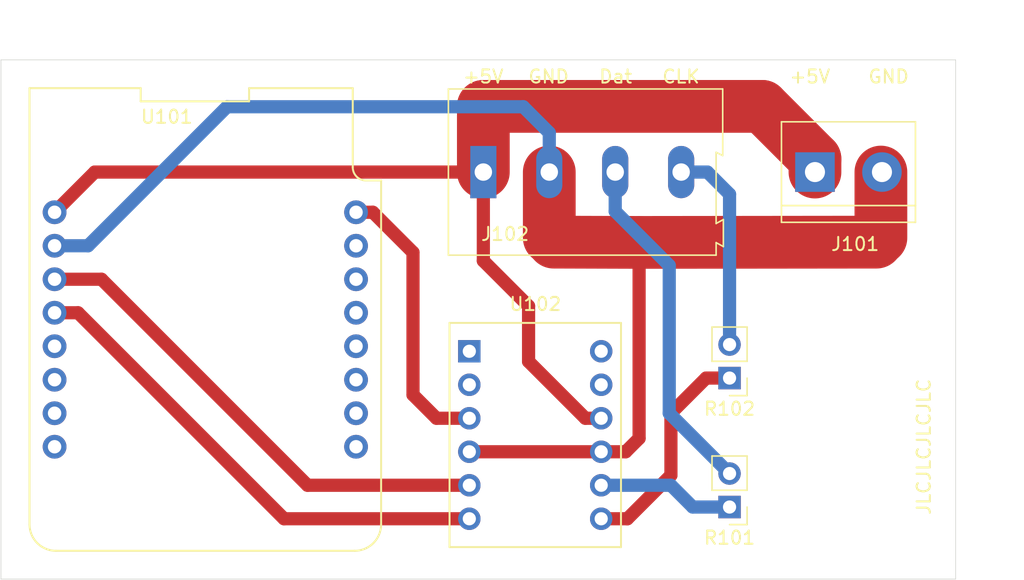
<source format=kicad_pcb>
(kicad_pcb (version 20171130) (host pcbnew "(5.1.5)-3")

  (general
    (thickness 1.6)
    (drawings 13)
    (tracks 53)
    (zones 0)
    (modules 6)
    (nets 25)
  )

  (page A4)
  (layers
    (0 F.Cu signal)
    (31 B.Cu signal)
    (32 B.Adhes user)
    (33 F.Adhes user)
    (34 B.Paste user)
    (35 F.Paste user)
    (36 B.SilkS user)
    (37 F.SilkS user)
    (38 B.Mask user)
    (39 F.Mask user)
    (40 Dwgs.User user)
    (41 Cmts.User user)
    (42 Eco1.User user)
    (43 Eco2.User user)
    (44 Edge.Cuts user)
    (45 Margin user)
    (46 B.CrtYd user)
    (47 F.CrtYd user)
    (48 B.Fab user)
    (49 F.Fab user hide)
  )

  (setup
    (last_trace_width 0.25)
    (user_trace_width 1)
    (user_trace_width 5)
    (trace_clearance 0.2)
    (zone_clearance 0.508)
    (zone_45_only no)
    (trace_min 0.2)
    (via_size 0.8)
    (via_drill 0.4)
    (via_min_size 0.4)
    (via_min_drill 0.3)
    (uvia_size 0.3)
    (uvia_drill 0.1)
    (uvias_allowed no)
    (uvia_min_size 0.2)
    (uvia_min_drill 0.1)
    (edge_width 0.05)
    (segment_width 0.2)
    (pcb_text_width 0.3)
    (pcb_text_size 1.5 1.5)
    (mod_edge_width 0.12)
    (mod_text_size 1 1)
    (mod_text_width 0.15)
    (pad_size 1.524 1.524)
    (pad_drill 0.762)
    (pad_to_mask_clearance 0.051)
    (solder_mask_min_width 0.25)
    (aux_axis_origin 0 0)
    (visible_elements 7FFFFFFF)
    (pcbplotparams
      (layerselection 0x010fc_ffffffff)
      (usegerberextensions false)
      (usegerberattributes false)
      (usegerberadvancedattributes false)
      (creategerberjobfile false)
      (excludeedgelayer true)
      (linewidth 0.100000)
      (plotframeref false)
      (viasonmask false)
      (mode 1)
      (useauxorigin false)
      (hpglpennumber 1)
      (hpglpenspeed 20)
      (hpglpendiameter 15.000000)
      (psnegative false)
      (psa4output false)
      (plotreference true)
      (plotvalue true)
      (plotinvisibletext false)
      (padsonsilk false)
      (subtractmaskfromsilk false)
      (outputformat 1)
      (mirror false)
      (drillshape 1)
      (scaleselection 1)
      (outputdirectory ""))
  )

  (net 0 "")
  (net 1 "Net-(J101-Pad1)")
  (net 2 "Net-(J101-Pad2)")
  (net 3 "Net-(J102-Pad4)")
  (net 4 "Net-(J102-Pad3)")
  (net 5 "Net-(R101-Pad1)")
  (net 6 "Net-(R102-Pad1)")
  (net 7 "Net-(U101-Pad16)")
  (net 8 "Net-(U101-Pad1)")
  (net 9 "Net-(U101-Pad15)")
  (net 10 "Net-(U101-Pad2)")
  (net 11 "Net-(U101-Pad14)")
  (net 12 "Net-(U101-Pad3)")
  (net 13 "Net-(U101-Pad13)")
  (net 14 "Net-(U101-Pad4)")
  (net 15 "Net-(U101-Pad12)")
  (net 16 "Net-(U101-Pad5)")
  (net 17 "Net-(U101-Pad11)")
  (net 18 "Net-(U101-Pad6)")
  (net 19 "Net-(U101-Pad7)")
  (net 20 "Net-(U101-Pad8)")
  (net 21 "Net-(U102-Pad1)")
  (net 22 "Net-(U102-Pad2)")
  (net 23 "Net-(U102-Pad7)")
  (net 24 "Net-(U102-Pad8)")

  (net_class Default "Dies ist die voreingestellte Netzklasse."
    (clearance 0.2)
    (trace_width 0.25)
    (via_dia 0.8)
    (via_drill 0.4)
    (uvia_dia 0.3)
    (uvia_drill 0.1)
    (add_net "Net-(J101-Pad1)")
    (add_net "Net-(J101-Pad2)")
    (add_net "Net-(J102-Pad3)")
    (add_net "Net-(J102-Pad4)")
    (add_net "Net-(R101-Pad1)")
    (add_net "Net-(R102-Pad1)")
    (add_net "Net-(U101-Pad1)")
    (add_net "Net-(U101-Pad11)")
    (add_net "Net-(U101-Pad12)")
    (add_net "Net-(U101-Pad13)")
    (add_net "Net-(U101-Pad14)")
    (add_net "Net-(U101-Pad15)")
    (add_net "Net-(U101-Pad16)")
    (add_net "Net-(U101-Pad2)")
    (add_net "Net-(U101-Pad3)")
    (add_net "Net-(U101-Pad4)")
    (add_net "Net-(U101-Pad5)")
    (add_net "Net-(U101-Pad6)")
    (add_net "Net-(U101-Pad7)")
    (add_net "Net-(U101-Pad8)")
    (add_net "Net-(U102-Pad1)")
    (add_net "Net-(U102-Pad2)")
    (add_net "Net-(U102-Pad7)")
    (add_net "Net-(U102-Pad8)")
  )

  (module wled_library:LevelShifter (layer F.Cu) (tedit 5FEC71DF) (tstamp 5FEC7EC2)
    (at 152.273 98.298)
    (descr http://www.farnell.com/datasheets/1520732.pdf)
    (tags "connector multicomp MC9A MC9A12")
    (path /5FED97AB)
    (fp_text reference U102 (at 0.01 -9.93) (layer F.SilkS)
      (effects (font (size 1 1) (thickness 0.15)))
    )
    (fp_text value LevelShifter (at 0.07 0.13 90) (layer F.Fab)
      (effects (font (size 1 1) (thickness 0.15)))
    )
    (fp_line (start -6.5 8.5) (end -6.5 -8.5) (layer F.SilkS) (width 0.15))
    (fp_line (start -6.5 -8.5) (end 6.5 -8.5) (layer F.SilkS) (width 0.15))
    (fp_line (start 6.5 -8.5) (end 6.5 8.5) (layer F.SilkS) (width 0.15))
    (fp_line (start -6.5 8.5) (end 6.5 8.5) (layer F.SilkS) (width 0.15))
    (fp_line (start -6.8 8.8) (end -6.8 -8.8) (layer F.CrtYd) (width 0.05))
    (fp_line (start -6.8 -8.8) (end 6.8 -8.8) (layer F.CrtYd) (width 0.05))
    (fp_line (start 6.8 -8.8) (end 6.8 8.8) (layer F.CrtYd) (width 0.05))
    (fp_line (start 6.8 8.8) (end -6.8 8.8) (layer F.CrtYd) (width 0.05))
    (pad 1 thru_hole rect (at -5 -6.35) (size 1.7 1.7) (drill 1) (layers *.Cu *.Mask)
      (net 21 "Net-(U102-Pad1)"))
    (pad 2 thru_hole circle (at -5 -3.81) (size 1.7 1.7) (drill 1) (layers *.Cu *.Mask)
      (net 22 "Net-(U102-Pad2)"))
    (pad 3 thru_hole circle (at -5 -1.27) (size 1.7 1.7) (drill 1) (layers *.Cu *.Mask)
      (net 20 "Net-(U101-Pad8)"))
    (pad 4 thru_hole circle (at -5 1.27) (size 1.7 1.7) (drill 1) (layers *.Cu *.Mask)
      (net 2 "Net-(J101-Pad2)"))
    (pad 5 thru_hole circle (at -5 3.81) (size 1.7 1.7) (drill 1) (layers *.Cu *.Mask)
      (net 17 "Net-(U101-Pad11)"))
    (pad 6 thru_hole circle (at -5 6.35) (size 1.7 1.7) (drill 1) (layers *.Cu *.Mask)
      (net 15 "Net-(U101-Pad12)"))
    (pad 7 thru_hole circle (at 5 -6.35) (size 1.7 1.7) (drill 1) (layers *.Cu *.Mask)
      (net 23 "Net-(U102-Pad7)"))
    (pad 8 thru_hole circle (at 5 -3.81) (size 1.7 1.7) (drill 1) (layers *.Cu *.Mask)
      (net 24 "Net-(U102-Pad8)"))
    (pad 9 thru_hole circle (at 5 -1.27) (size 1.7 1.7) (drill 1) (layers *.Cu *.Mask)
      (net 1 "Net-(J101-Pad1)"))
    (pad 10 thru_hole circle (at 5 1.27) (size 1.7 1.7) (drill 1) (layers *.Cu *.Mask)
      (net 2 "Net-(J101-Pad2)"))
    (pad 11 thru_hole circle (at 5 3.81) (size 1.7 1.7) (drill 1) (layers *.Cu *.Mask)
      (net 5 "Net-(R101-Pad1)"))
    (pad 12 thru_hole circle (at 5 6.35) (size 1.7 1.7) (drill 1) (layers *.Cu *.Mask)
      (net 6 "Net-(R102-Pad1)"))
  )

  (module Connectors_Terminal_Blocks:TerminalBlock_bornier-2_P5.08mm (layer F.Cu) (tedit 59FF03AB) (tstamp 5FEC7E76)
    (at 173.482 78.359)
    (descr "simple 2-pin terminal block, pitch 5.08mm, revamped version of bornier2")
    (tags "terminal block bornier2")
    (path /5FEE451B)
    (fp_text reference J101 (at 3.048 5.461) (layer F.SilkS)
      (effects (font (size 1 1) (thickness 0.15)))
    )
    (fp_text value Conn_01x02_Female (at 2.54 5.08) (layer F.Fab)
      (effects (font (size 1 1) (thickness 0.15)))
    )
    (fp_text user %R (at 2.54 0) (layer F.Fab)
      (effects (font (size 1 1) (thickness 0.15)))
    )
    (fp_line (start -2.41 2.55) (end 7.49 2.55) (layer F.Fab) (width 0.1))
    (fp_line (start -2.46 -3.75) (end -2.46 3.75) (layer F.Fab) (width 0.1))
    (fp_line (start -2.46 3.75) (end 7.54 3.75) (layer F.Fab) (width 0.1))
    (fp_line (start 7.54 3.75) (end 7.54 -3.75) (layer F.Fab) (width 0.1))
    (fp_line (start 7.54 -3.75) (end -2.46 -3.75) (layer F.Fab) (width 0.1))
    (fp_line (start 7.62 2.54) (end -2.54 2.54) (layer F.SilkS) (width 0.12))
    (fp_line (start 7.62 3.81) (end 7.62 -3.81) (layer F.SilkS) (width 0.12))
    (fp_line (start 7.62 -3.81) (end -2.54 -3.81) (layer F.SilkS) (width 0.12))
    (fp_line (start -2.54 -3.81) (end -2.54 3.81) (layer F.SilkS) (width 0.12))
    (fp_line (start -2.54 3.81) (end 7.62 3.81) (layer F.SilkS) (width 0.12))
    (fp_line (start -2.71 -4) (end 7.79 -4) (layer F.CrtYd) (width 0.05))
    (fp_line (start -2.71 -4) (end -2.71 4) (layer F.CrtYd) (width 0.05))
    (fp_line (start 7.79 4) (end 7.79 -4) (layer F.CrtYd) (width 0.05))
    (fp_line (start 7.79 4) (end -2.71 4) (layer F.CrtYd) (width 0.05))
    (pad 1 thru_hole rect (at 0 0) (size 3 3) (drill 1.52) (layers *.Cu *.Mask)
      (net 1 "Net-(J101-Pad1)"))
    (pad 2 thru_hole circle (at 5.08 0) (size 3 3) (drill 1.52) (layers *.Cu *.Mask)
      (net 2 "Net-(J101-Pad2)"))
    (model ${KISYS3DMOD}/Terminal_Blocks.3dshapes/TerminalBlock_bornier-2_P5.08mm.wrl
      (offset (xyz 2.539999961853027 0 0))
      (scale (xyz 1 1 1))
      (rotate (xyz 0 0 0))
    )
  )

  (module wled_library:wemos-d1-mini-connectors-only (layer F.Cu) (tedit 5EC77245) (tstamp 5FEC7EAA)
    (at 127.254 90.297 270)
    (path /5FEC6987)
    (fp_text reference U101 (at -16.129 2.921) (layer F.SilkS)
      (effects (font (size 1 1) (thickness 0.15)))
    )
    (fp_text value WeMos_D1_mini (at 0 0 90) (layer F.Fab)
      (effects (font (size 1 1) (thickness 0.15)))
    )
    (fp_arc (start -12.48 -12.33) (end -11.48 -12.33) (angle 90) (layer F.CrtYd) (width 0.05))
    (fp_line (start -18.46 -11.33) (end -12.48 -11.33) (layer F.CrtYd) (width 0.05))
    (fp_line (start -11.48 -13.5) (end -11.48 -12.33) (layer F.CrtYd) (width 0.05))
    (fp_line (start -11.3 -13.33) (end -11.3 -13.33) (layer F.SilkS) (width 0.15))
    (fp_line (start -11.3 -12.17) (end -11.3 -13.33) (layer F.SilkS) (width 0.15))
    (fp_arc (start -12.3 -12.18) (end -11.3 -12.18) (angle 90) (layer F.SilkS) (width 0.15))
    (fp_line (start -18.3 -11.18) (end -12.3 -11.18) (layer F.SilkS) (width 0.15))
    (fp_arc (start 14.94 -11.5) (end 14.85 -13.5) (angle 92.57657183) (layer F.CrtYd) (width 0.05))
    (fp_arc (start 14.94 11.5) (end 16.94 11.5) (angle 90) (layer F.CrtYd) (width 0.05))
    (fp_arc (start 14.78 11.33) (end 16.78 11.33) (angle 90) (layer F.SilkS) (width 0.15))
    (fp_arc (start 14.78 -11.33) (end 14.78 -13.33) (angle 90) (layer F.SilkS) (width 0.15))
    (fp_line (start -18.46 13.5) (end -18.46 -11.33) (layer F.CrtYd) (width 0.05))
    (fp_line (start 14.94 13.5) (end -18.46 13.5) (layer F.CrtYd) (width 0.05))
    (fp_line (start 16.94 -11.5) (end 16.94 11.5) (layer F.CrtYd) (width 0.05))
    (fp_line (start -11.48 -13.5) (end 14.85 -13.5) (layer F.CrtYd) (width 0.05))
    (fp_line (start -18.3 4.9) (end -18.3 13.329999) (layer F.SilkS) (width 0.15))
    (fp_line (start -17.3 4.9) (end -18.3 4.9) (layer F.SilkS) (width 0.15))
    (fp_line (start -17.3 -3.32) (end -17.3 4.9) (layer F.SilkS) (width 0.15))
    (fp_line (start -18.3 -3.32) (end -17.3 -3.32) (layer F.SilkS) (width 0.15))
    (fp_line (start -18.3 -11.18) (end -18.3 -3.32) (layer F.SilkS) (width 0.15))
    (fp_line (start 14.78 -13.33) (end -11.3 -13.33) (layer F.SilkS) (width 0.15))
    (fp_line (start 16.78 11.33) (end 16.78 -11.33) (layer F.SilkS) (width 0.15))
    (fp_line (start -18.3 13.33) (end 14.78 13.33) (layer F.SilkS) (width 0.15))
    (pad 16 thru_hole circle (at 8.89 11.43 270) (size 1.8 1.8) (drill 1.016) (layers *.Cu *.Mask)
      (net 7 "Net-(U101-Pad16)"))
    (pad 1 thru_hole circle (at 8.89 -11.43 270) (size 1.8 1.8) (drill 1.016) (layers *.Cu *.Mask)
      (net 8 "Net-(U101-Pad1)"))
    (pad 15 thru_hole circle (at 6.35 11.43 270) (size 1.8 1.8) (drill 1.016) (layers *.Cu *.Mask)
      (net 9 "Net-(U101-Pad15)"))
    (pad 2 thru_hole circle (at 6.35 -11.43 270) (size 1.8 1.8) (drill 1.016) (layers *.Cu *.Mask)
      (net 10 "Net-(U101-Pad2)"))
    (pad 14 thru_hole circle (at 3.81 11.43 270) (size 1.8 1.8) (drill 1.016) (layers *.Cu *.Mask)
      (net 11 "Net-(U101-Pad14)"))
    (pad 3 thru_hole circle (at 3.81 -11.43 270) (size 1.8 1.8) (drill 1.016) (layers *.Cu *.Mask)
      (net 12 "Net-(U101-Pad3)"))
    (pad 13 thru_hole circle (at 1.27 11.43 270) (size 1.8 1.8) (drill 1.016) (layers *.Cu *.Mask)
      (net 13 "Net-(U101-Pad13)"))
    (pad 4 thru_hole circle (at 1.27 -11.43 270) (size 1.8 1.8) (drill 1.016) (layers *.Cu *.Mask)
      (net 14 "Net-(U101-Pad4)"))
    (pad 12 thru_hole circle (at -1.27 11.43 270) (size 1.8 1.8) (drill 1.016) (layers *.Cu *.Mask)
      (net 15 "Net-(U101-Pad12)"))
    (pad 5 thru_hole circle (at -1.27 -11.43 270) (size 1.8 1.8) (drill 1.016) (layers *.Cu *.Mask)
      (net 16 "Net-(U101-Pad5)"))
    (pad 11 thru_hole circle (at -3.81 11.43 270) (size 1.8 1.8) (drill 1.016) (layers *.Cu *.Mask)
      (net 17 "Net-(U101-Pad11)"))
    (pad 6 thru_hole circle (at -3.81 -11.43 270) (size 1.8 1.8) (drill 1.016) (layers *.Cu *.Mask)
      (net 18 "Net-(U101-Pad6)"))
    (pad 10 thru_hole circle (at -6.35 11.43 270) (size 1.8 1.8) (drill 1.016) (layers *.Cu *.Mask)
      (net 2 "Net-(J101-Pad2)"))
    (pad 7 thru_hole circle (at -6.35 -11.43 270) (size 1.8 1.8) (drill 1.016) (layers *.Cu *.Mask)
      (net 19 "Net-(U101-Pad7)"))
    (pad 9 thru_hole circle (at -8.89 11.43 270) (size 1.8 1.8) (drill 1.016) (layers *.Cu *.Mask)
      (net 1 "Net-(J101-Pad1)"))
    (pad 8 thru_hole circle (at -8.89 -11.43 270) (size 1.8 1.8) (drill 1.016) (layers *.Cu *.Mask)
      (net 20 "Net-(U101-Pad8)"))
    (model ${KIPRJMOD}/3dshapes/wemos_d1_mini.3dshapes/SLW-108-01-G-S.wrl
      (offset (xyz 0 -11.39999982878918 0))
      (scale (xyz 0.3937 0.3937 0.3937))
      (rotate (xyz -90 0 0))
    )
    (model ${KIPRJMOD}/3dshapes/wemos_d1_mini.3dshapes/SLW-108-01-G-S.wrl
      (offset (xyz 0 11.39999982878918 0))
      (scale (xyz 0.3937 0.3937 0.3937))
      (rotate (xyz -90 0 0))
    )
    (model ${KIPRJMOD}/3dshapes/wemos_d1_mini.3dshapes/TSW-108-05-G-S.wrl
      (offset (xyz 0 -11.39999982878918 7.299999890364999))
      (scale (xyz 0.3937 0.3937 0.3937))
      (rotate (xyz 90 0 0))
    )
    (model ${KIPRJMOD}/3dshapes/wemos_d1_mini.3dshapes/TSW-108-05-G-S.wrl
      (offset (xyz 0 11.39999982878918 7.299999890364999))
      (scale (xyz 0.3937 0.3937 0.3937))
      (rotate (xyz 90 0 0))
    )
  )

  (module Pin_Headers:Pin_Header_Straight_1x02_Pitch2.54mm (layer F.Cu) (tedit 59650532) (tstamp 5FEC7E7F)
    (at 167.005 93.98 180)
    (descr "Through hole straight pin header, 1x02, 2.54mm pitch, single row")
    (tags "Through hole pin header THT 1x02 2.54mm single row")
    (path /5FEEC41A)
    (fp_text reference R102 (at 0 -2.33) (layer F.SilkS)
      (effects (font (size 1 1) (thickness 0.15)))
    )
    (fp_text value 470 (at 0 4.87) (layer F.Fab)
      (effects (font (size 1 1) (thickness 0.15)))
    )
    (fp_line (start -0.635 -1.27) (end 1.27 -1.27) (layer F.Fab) (width 0.1))
    (fp_line (start 1.27 -1.27) (end 1.27 3.81) (layer F.Fab) (width 0.1))
    (fp_line (start 1.27 3.81) (end -1.27 3.81) (layer F.Fab) (width 0.1))
    (fp_line (start -1.27 3.81) (end -1.27 -0.635) (layer F.Fab) (width 0.1))
    (fp_line (start -1.27 -0.635) (end -0.635 -1.27) (layer F.Fab) (width 0.1))
    (fp_line (start -1.33 3.87) (end 1.33 3.87) (layer F.SilkS) (width 0.12))
    (fp_line (start -1.33 1.27) (end -1.33 3.87) (layer F.SilkS) (width 0.12))
    (fp_line (start 1.33 1.27) (end 1.33 3.87) (layer F.SilkS) (width 0.12))
    (fp_line (start -1.33 1.27) (end 1.33 1.27) (layer F.SilkS) (width 0.12))
    (fp_line (start -1.33 0) (end -1.33 -1.33) (layer F.SilkS) (width 0.12))
    (fp_line (start -1.33 -1.33) (end 0 -1.33) (layer F.SilkS) (width 0.12))
    (fp_line (start -1.8 -1.8) (end -1.8 4.35) (layer F.CrtYd) (width 0.05))
    (fp_line (start -1.8 4.35) (end 1.8 4.35) (layer F.CrtYd) (width 0.05))
    (fp_line (start 1.8 4.35) (end 1.8 -1.8) (layer F.CrtYd) (width 0.05))
    (fp_line (start 1.8 -1.8) (end -1.8 -1.8) (layer F.CrtYd) (width 0.05))
    (fp_text user %R (at 0 1.27 90) (layer F.Fab)
      (effects (font (size 1 1) (thickness 0.15)))
    )
    (pad 1 thru_hole rect (at 0 0 180) (size 1.7 1.7) (drill 1) (layers *.Cu *.Mask)
      (net 6 "Net-(R102-Pad1)"))
    (pad 2 thru_hole oval (at 0 2.54 180) (size 1.7 1.7) (drill 1) (layers *.Cu *.Mask)
      (net 3 "Net-(J102-Pad4)"))
    (model ${KISYS3DMOD}/Pin_Headers.3dshapes/Pin_Header_Straight_1x02_Pitch2.54mm.wrl
      (at (xyz 0 0 0))
      (scale (xyz 1 1 1))
      (rotate (xyz 0 0 0))
    )
  )

  (module Pin_Headers:Pin_Header_Straight_1x02_Pitch2.54mm (layer F.Cu) (tedit 59650532) (tstamp 5FEC8083)
    (at 167.005 103.759 180)
    (descr "Through hole straight pin header, 1x02, 2.54mm pitch, single row")
    (tags "Through hole pin header THT 1x02 2.54mm single row")
    (path /5FEEADF6)
    (fp_text reference R101 (at 0 -2.33) (layer F.SilkS)
      (effects (font (size 1 1) (thickness 0.15)))
    )
    (fp_text value 470 (at 0 4.87) (layer F.Fab)
      (effects (font (size 1 1) (thickness 0.15)))
    )
    (fp_line (start -0.635 -1.27) (end 1.27 -1.27) (layer F.Fab) (width 0.1))
    (fp_line (start 1.27 -1.27) (end 1.27 3.81) (layer F.Fab) (width 0.1))
    (fp_line (start 1.27 3.81) (end -1.27 3.81) (layer F.Fab) (width 0.1))
    (fp_line (start -1.27 3.81) (end -1.27 -0.635) (layer F.Fab) (width 0.1))
    (fp_line (start -1.27 -0.635) (end -0.635 -1.27) (layer F.Fab) (width 0.1))
    (fp_line (start -1.33 3.87) (end 1.33 3.87) (layer F.SilkS) (width 0.12))
    (fp_line (start -1.33 1.27) (end -1.33 3.87) (layer F.SilkS) (width 0.12))
    (fp_line (start 1.33 1.27) (end 1.33 3.87) (layer F.SilkS) (width 0.12))
    (fp_line (start -1.33 1.27) (end 1.33 1.27) (layer F.SilkS) (width 0.12))
    (fp_line (start -1.33 0) (end -1.33 -1.33) (layer F.SilkS) (width 0.12))
    (fp_line (start -1.33 -1.33) (end 0 -1.33) (layer F.SilkS) (width 0.12))
    (fp_line (start -1.8 -1.8) (end -1.8 4.35) (layer F.CrtYd) (width 0.05))
    (fp_line (start -1.8 4.35) (end 1.8 4.35) (layer F.CrtYd) (width 0.05))
    (fp_line (start 1.8 4.35) (end 1.8 -1.8) (layer F.CrtYd) (width 0.05))
    (fp_line (start 1.8 -1.8) (end -1.8 -1.8) (layer F.CrtYd) (width 0.05))
    (fp_text user %R (at 0 1.27 90) (layer F.Fab)
      (effects (font (size 1 1) (thickness 0.15)))
    )
    (pad 1 thru_hole rect (at 0 0 180) (size 1.7 1.7) (drill 1) (layers *.Cu *.Mask)
      (net 5 "Net-(R101-Pad1)"))
    (pad 2 thru_hole oval (at 0 2.54 180) (size 1.7 1.7) (drill 1) (layers *.Cu *.Mask)
      (net 4 "Net-(J102-Pad3)"))
    (model ${KISYS3DMOD}/Pin_Headers.3dshapes/Pin_Header_Straight_1x02_Pitch2.54mm.wrl
      (at (xyz 0 0 0))
      (scale (xyz 1 1 1))
      (rotate (xyz 0 0 0))
    )
  )

  (module Connectors_Terminal_Blocks:TerminalBlock_Altech_AK300-4_P5.00mm (layer F.Cu) (tedit 59FF0306) (tstamp 5FEC8339)
    (at 148.336 78.359)
    (descr "Altech AK300 terminal block, pitch 5.0mm, 45 degree angled, see http://www.mouser.com/ds/2/16/PCBMETRC-24178.pdf")
    (tags "Altech AK300 terminal block pitch 5.0mm")
    (path /5FECD915)
    (fp_text reference J102 (at 1.651 4.699) (layer F.SilkS)
      (effects (font (size 1 1) (thickness 0.15)))
    )
    (fp_text value Conn_01x04_Female (at 7.45 7.45) (layer F.Fab)
      (effects (font (size 1 1) (thickness 0.15)))
    )
    (fp_text user %R (at 7.5 -2) (layer F.Fab)
      (effects (font (size 1 1) (thickness 0.15)))
    )
    (fp_line (start -2.65 -6.3) (end 18.15 -6.3) (layer F.SilkS) (width 0.12))
    (fp_line (start 18.15 -6.3) (end 18.15 -1.25) (layer F.SilkS) (width 0.12))
    (fp_line (start 18.15 -1.25) (end 17.65 -1.5) (layer F.SilkS) (width 0.12))
    (fp_line (start 17.65 -1.5) (end 17.65 3.9) (layer F.SilkS) (width 0.12))
    (fp_line (start 17.65 3.9) (end 18.2 3.6) (layer F.SilkS) (width 0.12))
    (fp_line (start 18.2 3.6) (end 18.2 5.65) (layer F.SilkS) (width 0.12))
    (fp_line (start 18.2 5.65) (end 17.65 5.35) (layer F.SilkS) (width 0.12))
    (fp_line (start 17.65 5.35) (end 17.65 6.3) (layer F.SilkS) (width 0.12))
    (fp_line (start 17.65 6.3) (end -2.65 6.3) (layer F.SilkS) (width 0.12))
    (fp_line (start -2.65 6.3) (end -2.65 -6.3) (layer F.SilkS) (width 0.12))
    (fp_line (start 8.75 -0.25) (end 8.75 2.54) (layer F.Fab) (width 0.1))
    (fp_line (start 8.75 2.54) (end 11.29 2.54) (layer F.Fab) (width 0.1))
    (fp_line (start 11.29 2.54) (end 11.29 -0.25) (layer F.Fab) (width 0.1))
    (fp_line (start 7.94 -3.43) (end 7.94 -5.97) (layer F.Fab) (width 0.1))
    (fp_line (start 7.94 -5.97) (end 12 -5.97) (layer F.Fab) (width 0.1))
    (fp_line (start 12 -5.97) (end 12 -3.43) (layer F.Fab) (width 0.1))
    (fp_line (start 12 -3.43) (end 7.94 -3.43) (layer F.Fab) (width 0.1))
    (fp_line (start 8.34 -4.45) (end 11.39 -5.08) (layer F.Fab) (width 0.1))
    (fp_line (start 8.47 -4.32) (end 11.52 -4.95) (layer F.Fab) (width 0.1))
    (fp_line (start 7.99 4.32) (end 12.05 4.32) (layer F.Fab) (width 0.1))
    (fp_line (start 12.05 6.22) (end 12.05 -0.25) (layer F.Fab) (width 0.1))
    (fp_line (start 8.37 0.51) (end 8.75 0.51) (layer F.Fab) (width 0.1))
    (fp_line (start 8.37 0.51) (end 8.37 3.68) (layer F.Fab) (width 0.1))
    (fp_line (start 8.37 3.68) (end 11.67 3.68) (layer F.Fab) (width 0.1))
    (fp_line (start 11.67 3.68) (end 11.67 0.51) (layer F.Fab) (width 0.1))
    (fp_line (start 11.67 0.51) (end 11.29 0.51) (layer F.Fab) (width 0.1))
    (fp_line (start 12.51 -0.64) (end 17.59 -0.64) (layer F.Fab) (width 0.1))
    (fp_line (start 7.99 6.22) (end 7.99 -0.25) (layer F.Fab) (width 0.1))
    (fp_line (start 7.99 -0.25) (end 12.05 -0.25) (layer F.Fab) (width 0.1))
    (fp_line (start 16.95 6.22) (end 13.02 6.22) (layer F.Fab) (width 0.1))
    (fp_line (start 13.17 6.22) (end 7.07 6.22) (layer F.Fab) (width 0.1))
    (fp_line (start 17.59 -3.05) (end -2.58 -3.05) (layer F.Fab) (width 0.1))
    (fp_line (start 17.74 -6.22) (end -2.58 -6.22) (layer F.Fab) (width 0.1))
    (fp_line (start 12.66 -0.64) (end -2.52 -0.64) (layer F.Fab) (width 0.1))
    (fp_line (start 12.95 4) (end 12.95 -0.25) (layer F.Fab) (width 0.1))
    (fp_line (start 13.35 -0.25) (end 16.65 -0.25) (layer F.Fab) (width 0.1))
    (fp_line (start 12.97 -0.25) (end 13.35 -0.25) (layer F.Fab) (width 0.1))
    (fp_line (start 17.03 -0.25) (end 16.65 -0.25) (layer F.Fab) (width 0.1))
    (fp_line (start 13.5 -4.32) (end 16.55 -4.95) (layer F.Fab) (width 0.1))
    (fp_line (start 13.37 -4.45) (end 16.42 -5.08) (layer F.Fab) (width 0.1))
    (fp_line (start 17.03 -3.43) (end 12.97 -3.43) (layer F.Fab) (width 0.1))
    (fp_line (start 17.03 -5.97) (end 17.03 -3.43) (layer F.Fab) (width 0.1))
    (fp_line (start 12.97 -5.97) (end 17.03 -5.97) (layer F.Fab) (width 0.1))
    (fp_line (start 12.97 -3.43) (end 12.97 -5.97) (layer F.Fab) (width 0.1))
    (fp_line (start 17.59 -3.17) (end 17.59 -1.65) (layer F.Fab) (width 0.1))
    (fp_line (start 17.59 -0.64) (end 17.59 4.06) (layer F.Fab) (width 0.1))
    (fp_line (start 17.59 -1.65) (end 17.59 -0.64) (layer F.Fab) (width 0.1))
    (fp_line (start 16.65 0.51) (end 16.27 0.51) (layer F.Fab) (width 0.1))
    (fp_line (start 13.35 0.51) (end 13.73 0.51) (layer F.Fab) (width 0.1))
    (fp_line (start 13.35 3.68) (end 13.35 0.51) (layer F.Fab) (width 0.1))
    (fp_line (start 16.65 3.68) (end 13.35 3.68) (layer F.Fab) (width 0.1))
    (fp_line (start 16.65 3.68) (end 16.65 0.51) (layer F.Fab) (width 0.1))
    (fp_line (start 17.03 4.32) (end 17.03 6.22) (layer F.Fab) (width 0.1))
    (fp_line (start 12.97 4.32) (end 17.03 4.32) (layer F.Fab) (width 0.1))
    (fp_line (start 17.03 6.22) (end 17.59 6.22) (layer F.Fab) (width 0.1))
    (fp_line (start 17.03 -0.25) (end 17.03 4.32) (layer F.Fab) (width 0.1))
    (fp_line (start 12.97 6.22) (end 12.97 4.32) (layer F.Fab) (width 0.1))
    (fp_line (start 18.1 3.81) (end 18.1 5.46) (layer F.Fab) (width 0.1))
    (fp_line (start 17.59 4.06) (end 17.59 5.21) (layer F.Fab) (width 0.1))
    (fp_line (start 18.1 3.81) (end 17.59 4.06) (layer F.Fab) (width 0.1))
    (fp_line (start 17.59 5.21) (end 17.59 6.22) (layer F.Fab) (width 0.1))
    (fp_line (start 18.1 5.46) (end 17.59 5.21) (layer F.Fab) (width 0.1))
    (fp_line (start 18.1 -1.4) (end 17.59 -1.65) (layer F.Fab) (width 0.1))
    (fp_line (start 18.1 -6.22) (end 18.1 -1.4) (layer F.Fab) (width 0.1))
    (fp_line (start 17.59 -6.22) (end 18.1 -6.22) (layer F.Fab) (width 0.1))
    (fp_line (start 17.59 -6.22) (end 17.59 -3.17) (layer F.Fab) (width 0.1))
    (fp_line (start 13.73 2.54) (end 13.73 -0.25) (layer F.Fab) (width 0.1))
    (fp_line (start 13.73 -0.25) (end 16.27 -0.25) (layer F.Fab) (width 0.1))
    (fp_line (start 16.27 2.54) (end 16.27 -0.25) (layer F.Fab) (width 0.1))
    (fp_line (start 13.73 2.54) (end 16.27 2.54) (layer F.Fab) (width 0.1))
    (fp_line (start -1.28 2.54) (end 1.26 2.54) (layer F.Fab) (width 0.1))
    (fp_line (start 1.26 2.54) (end 1.26 -0.25) (layer F.Fab) (width 0.1))
    (fp_line (start -1.28 -0.25) (end 1.26 -0.25) (layer F.Fab) (width 0.1))
    (fp_line (start -1.28 2.54) (end -1.28 -0.25) (layer F.Fab) (width 0.1))
    (fp_line (start 3.72 2.54) (end 6.26 2.54) (layer F.Fab) (width 0.1))
    (fp_line (start 6.26 2.54) (end 6.26 -0.25) (layer F.Fab) (width 0.1))
    (fp_line (start 3.72 -0.25) (end 6.26 -0.25) (layer F.Fab) (width 0.1))
    (fp_line (start 3.72 2.54) (end 3.72 -0.25) (layer F.Fab) (width 0.1))
    (fp_line (start 12.95 5.21) (end 12.95 6.22) (layer F.Fab) (width 0.1))
    (fp_line (start 12.95 4.06) (end 12.95 5.21) (layer F.Fab) (width 0.1))
    (fp_line (start 2.96 6.22) (end 2.96 4.32) (layer F.Fab) (width 0.1))
    (fp_line (start 7.02 -0.25) (end 7.02 4.32) (layer F.Fab) (width 0.1))
    (fp_line (start 2.96 6.22) (end 7.02 6.22) (layer F.Fab) (width 0.1))
    (fp_line (start 2.02 6.22) (end 2.02 4.32) (layer F.Fab) (width 0.1))
    (fp_line (start 2.02 6.22) (end 2.96 6.22) (layer F.Fab) (width 0.1))
    (fp_line (start -2.05 -0.25) (end -2.05 4.32) (layer F.Fab) (width 0.1))
    (fp_line (start -2.58 6.22) (end -2.05 6.22) (layer F.Fab) (width 0.1))
    (fp_line (start -2.05 6.22) (end 2.02 6.22) (layer F.Fab) (width 0.1))
    (fp_line (start 2.96 4.32) (end 7.02 4.32) (layer F.Fab) (width 0.1))
    (fp_line (start 2.96 4.32) (end 2.96 -0.25) (layer F.Fab) (width 0.1))
    (fp_line (start 7.02 4.32) (end 7.02 6.22) (layer F.Fab) (width 0.1))
    (fp_line (start 2.02 4.32) (end -2.05 4.32) (layer F.Fab) (width 0.1))
    (fp_line (start 2.02 4.32) (end 2.02 -0.25) (layer F.Fab) (width 0.1))
    (fp_line (start -2.05 4.32) (end -2.05 6.22) (layer F.Fab) (width 0.1))
    (fp_line (start 6.64 3.68) (end 6.64 0.51) (layer F.Fab) (width 0.1))
    (fp_line (start 6.64 3.68) (end 3.34 3.68) (layer F.Fab) (width 0.1))
    (fp_line (start 3.34 3.68) (end 3.34 0.51) (layer F.Fab) (width 0.1))
    (fp_line (start 1.64 3.68) (end 1.64 0.51) (layer F.Fab) (width 0.1))
    (fp_line (start 1.64 3.68) (end -1.67 3.68) (layer F.Fab) (width 0.1))
    (fp_line (start -1.67 3.68) (end -1.67 0.51) (layer F.Fab) (width 0.1))
    (fp_line (start -1.67 0.51) (end -1.28 0.51) (layer F.Fab) (width 0.1))
    (fp_line (start 1.64 0.51) (end 1.26 0.51) (layer F.Fab) (width 0.1))
    (fp_line (start 3.34 0.51) (end 3.72 0.51) (layer F.Fab) (width 0.1))
    (fp_line (start 6.64 0.51) (end 6.26 0.51) (layer F.Fab) (width 0.1))
    (fp_line (start -2.58 6.22) (end -2.58 -0.64) (layer F.Fab) (width 0.1))
    (fp_line (start -2.58 -0.64) (end -2.58 -3.17) (layer F.Fab) (width 0.1))
    (fp_line (start -2.58 -3.17) (end -2.58 -6.22) (layer F.Fab) (width 0.1))
    (fp_line (start 2.96 -3.43) (end 2.96 -5.97) (layer F.Fab) (width 0.1))
    (fp_line (start 2.96 -5.97) (end 7.02 -5.97) (layer F.Fab) (width 0.1))
    (fp_line (start 7.02 -5.97) (end 7.02 -3.43) (layer F.Fab) (width 0.1))
    (fp_line (start 7.02 -3.43) (end 2.96 -3.43) (layer F.Fab) (width 0.1))
    (fp_line (start 2.02 -3.43) (end 2.02 -5.97) (layer F.Fab) (width 0.1))
    (fp_line (start 2.02 -3.43) (end -2.05 -3.43) (layer F.Fab) (width 0.1))
    (fp_line (start -2.05 -3.43) (end -2.05 -5.97) (layer F.Fab) (width 0.1))
    (fp_line (start 2.02 -5.97) (end -2.05 -5.97) (layer F.Fab) (width 0.1))
    (fp_line (start 3.36 -4.45) (end 6.41 -5.08) (layer F.Fab) (width 0.1))
    (fp_line (start 3.49 -4.32) (end 6.54 -4.95) (layer F.Fab) (width 0.1))
    (fp_line (start -1.64 -4.45) (end 1.41 -5.08) (layer F.Fab) (width 0.1))
    (fp_line (start -1.51 -4.32) (end 1.53 -4.95) (layer F.Fab) (width 0.1))
    (fp_line (start -2.05 -0.25) (end -1.67 -0.25) (layer F.Fab) (width 0.1))
    (fp_line (start 2.02 -0.25) (end 1.64 -0.25) (layer F.Fab) (width 0.1))
    (fp_line (start 1.64 -0.25) (end -1.67 -0.25) (layer F.Fab) (width 0.1))
    (fp_line (start 7.02 -0.25) (end 6.64 -0.25) (layer F.Fab) (width 0.1))
    (fp_line (start 2.96 -0.25) (end 3.34 -0.25) (layer F.Fab) (width 0.1))
    (fp_line (start 3.34 -0.25) (end 6.64 -0.25) (layer F.Fab) (width 0.1))
    (fp_line (start -2.83 -6.47) (end 18.35 -6.47) (layer F.CrtYd) (width 0.05))
    (fp_line (start -2.83 -6.47) (end -2.83 6.47) (layer F.CrtYd) (width 0.05))
    (fp_line (start 18.35 6.47) (end 18.35 -6.47) (layer F.CrtYd) (width 0.05))
    (fp_line (start 18.35 6.47) (end -2.83 6.47) (layer F.CrtYd) (width 0.05))
    (fp_arc (start 10.99 -4.59) (end 11.49 -5.05) (angle 90.5) (layer F.Fab) (width 0.1))
    (fp_arc (start 10.02 -6.07) (end 11.48 -4.12) (angle 75.5) (layer F.Fab) (width 0.1))
    (fp_arc (start 9.94 -3.71) (end 8.34 -5) (angle 100) (layer F.Fab) (width 0.1))
    (fp_arc (start 8.83 -4.65) (end 8.54 -4.13) (angle 104.2) (layer F.Fab) (width 0.1))
    (fp_arc (start 13.86 -4.65) (end 13.57 -4.13) (angle 104.2) (layer F.Fab) (width 0.1))
    (fp_arc (start 14.97 -3.71) (end 13.37 -5) (angle 100) (layer F.Fab) (width 0.1))
    (fp_arc (start 15.05 -6.07) (end 16.51 -4.12) (angle 75.5) (layer F.Fab) (width 0.1))
    (fp_arc (start 16.02 -4.59) (end 16.52 -5.05) (angle 90.5) (layer F.Fab) (width 0.1))
    (fp_arc (start 6.01 -4.59) (end 6.51 -5.05) (angle 90.5) (layer F.Fab) (width 0.1))
    (fp_arc (start 5.04 -6.07) (end 6.5 -4.12) (angle 75.5) (layer F.Fab) (width 0.1))
    (fp_arc (start 4.96 -3.71) (end 3.36 -5) (angle 100) (layer F.Fab) (width 0.1))
    (fp_arc (start 3.85 -4.65) (end 3.56 -4.13) (angle 104.2) (layer F.Fab) (width 0.1))
    (fp_arc (start 1 -4.59) (end 1.51 -5.05) (angle 90.5) (layer F.Fab) (width 0.1))
    (fp_arc (start 0.04 -6.07) (end 1.5 -4.12) (angle 75.5) (layer F.Fab) (width 0.1))
    (fp_arc (start -0.04 -3.71) (end -1.64 -5) (angle 100) (layer F.Fab) (width 0.1))
    (fp_arc (start -1.16 -4.65) (end -1.44 -4.13) (angle 104.2) (layer F.Fab) (width 0.1))
    (pad 1 thru_hole rect (at 0 0) (size 1.98 3.96) (drill 1.32) (layers *.Cu *.Mask)
      (net 1 "Net-(J101-Pad1)"))
    (pad 2 thru_hole oval (at 5 0) (size 1.98 3.96) (drill 1.32) (layers *.Cu *.Mask)
      (net 2 "Net-(J101-Pad2)"))
    (pad 4 thru_hole oval (at 15 0) (size 1.98 3.96) (drill 1.32) (layers *.Cu *.Mask)
      (net 3 "Net-(J102-Pad4)"))
    (pad 3 thru_hole oval (at 10 0) (size 1.98 3.96) (drill 1.32) (layers *.Cu *.Mask)
      (net 4 "Net-(J102-Pad3)"))
    (model ${KISYS3DMOD}/Terminal_Blocks.3dshapes/TerminalBlock_Altech_AK300-4_P5.00mm.wrl
      (at (xyz 0 0 0))
      (scale (xyz 1 1 1))
      (rotate (xyz 0 0 0))
    )
  )

  (gr_text JLCJLCJLCJLC (at 181.737 99.187 90) (layer F.SilkS)
    (effects (font (size 1 1) (thickness 0.15)))
  )
  (dimension 39.37 (width 0.15) (layer Dwgs.User)
    (gr_text "39,370 mm" (at 187.99 89.535 270) (layer Dwgs.User)
      (effects (font (size 1 1) (thickness 0.15)))
    )
    (feature1 (pts (xy 184.15 109.22) (xy 187.276421 109.22)))
    (feature2 (pts (xy 184.15 69.85) (xy 187.276421 69.85)))
    (crossbar (pts (xy 186.69 69.85) (xy 186.69 109.22)))
    (arrow1a (pts (xy 186.69 109.22) (xy 186.103579 108.093496)))
    (arrow1b (pts (xy 186.69 109.22) (xy 187.276421 108.093496)))
    (arrow2a (pts (xy 186.69 69.85) (xy 186.103579 70.976504)))
    (arrow2b (pts (xy 186.69 69.85) (xy 187.276421 70.976504)))
  )
  (dimension 72.39 (width 0.15) (layer Dwgs.User)
    (gr_text "72,390 mm" (at 147.955 66.01) (layer Dwgs.User)
      (effects (font (size 1 1) (thickness 0.15)))
    )
    (feature1 (pts (xy 184.15 69.85) (xy 184.15 66.723579)))
    (feature2 (pts (xy 111.76 69.85) (xy 111.76 66.723579)))
    (crossbar (pts (xy 111.76 67.31) (xy 184.15 67.31)))
    (arrow1a (pts (xy 184.15 67.31) (xy 183.023496 67.896421)))
    (arrow1b (pts (xy 184.15 67.31) (xy 183.023496 66.723579)))
    (arrow2a (pts (xy 111.76 67.31) (xy 112.886504 67.896421)))
    (arrow2b (pts (xy 111.76 67.31) (xy 112.886504 66.723579)))
  )
  (gr_line (start 111.76 109.22) (end 111.76 69.85) (layer Edge.Cuts) (width 0.05) (tstamp 5FEC9666))
  (gr_line (start 184.15 109.22) (end 111.76 109.22) (layer Edge.Cuts) (width 0.05))
  (gr_line (start 184.15 69.85) (end 184.15 109.22) (layer Edge.Cuts) (width 0.05))
  (gr_line (start 111.76 69.85) (end 184.15 69.85) (layer Edge.Cuts) (width 0.05))
  (gr_text CLK (at 163.322 71.12) (layer F.SilkS)
    (effects (font (size 1 1) (thickness 0.15)))
  )
  (gr_text Dat (at 158.369 71.12) (layer F.SilkS)
    (effects (font (size 1 1) (thickness 0.15)))
  )
  (gr_text +5V (at 148.336 71.12) (layer F.SilkS) (tstamp 5FEC9590)
    (effects (font (size 1 1) (thickness 0.15)))
  )
  (gr_text GND (at 153.289 71.12) (layer F.SilkS) (tstamp 5FEC9527)
    (effects (font (size 1 1) (thickness 0.15)))
  )
  (gr_text GND (at 179.07 71.12) (layer F.SilkS)
    (effects (font (size 1 1) (thickness 0.15)))
  )
  (gr_text +5V (at 173.101 71.12) (layer F.SilkS)
    (effects (font (size 1 1) (thickness 0.15)))
  )

  (segment (start 148.336 78.359) (end 148.336 73.379) (width 4) (layer F.Cu) (net 1))
  (segment (start 173.482 77.369) (end 173.482 78.359) (width 4) (layer F.Cu) (net 1))
  (segment (start 169.492 73.379) (end 173.482 77.369) (width 4) (layer F.Cu) (net 1))
  (segment (start 148.336 73.379) (end 169.492 73.379) (width 4) (layer F.Cu) (net 1))
  (segment (start 148.336 85.09) (end 148.336 78.359) (width 1) (layer F.Cu) (net 1))
  (segment (start 151.765 88.519) (end 148.336 85.09) (width 1) (layer F.Cu) (net 1))
  (segment (start 118.872 78.359) (end 115.824 81.407) (width 1) (layer F.Cu) (net 1))
  (segment (start 148.336 78.359) (end 118.872 78.359) (width 1) (layer F.Cu) (net 1))
  (segment (start 151.765 92.722081) (end 151.765 88.519) (width 1) (layer F.Cu) (net 1))
  (segment (start 156.070919 97.028) (end 151.765 92.722081) (width 1) (layer F.Cu) (net 1))
  (segment (start 157.273 97.028) (end 156.070919 97.028) (width 1) (layer F.Cu) (net 1))
  (segment (start 153.336 83.339) (end 153.67 83.673) (width 3) (layer F.Cu) (net 2))
  (segment (start 153.336 78.359) (end 153.336 83.339) (width 4) (layer F.Cu) (net 2))
  (segment (start 178.482 83.339) (end 178.482 78.359) (width 4) (layer F.Cu) (net 2))
  (segment (start 178.148 83.673) (end 178.482 83.339) (width 3) (layer F.Cu) (net 2))
  (segment (start 157.273 99.568) (end 159.131 99.568) (width 1) (layer F.Cu) (net 2))
  (segment (start 160.147 98.552) (end 160.147 83.693) (width 1) (layer F.Cu) (net 2))
  (segment (start 159.131 99.568) (end 160.147 98.552) (width 1) (layer F.Cu) (net 2))
  (segment (start 153.67 83.673) (end 160.147 83.693) (width 4) (layer F.Cu) (net 2))
  (segment (start 160.147 83.693) (end 178.148 83.673) (width 4) (layer F.Cu) (net 2))
  (segment (start 153.336 75.379) (end 151.363 73.406) (width 1) (layer B.Cu) (net 2))
  (segment (start 153.336 78.359) (end 153.336 75.379) (width 1) (layer B.Cu) (net 2))
  (segment (start 151.363 73.406) (end 128.905 73.406) (width 1) (layer B.Cu) (net 2))
  (segment (start 118.364 83.947) (end 115.824 83.947) (width 1) (layer B.Cu) (net 2))
  (segment (start 128.905 73.406) (end 118.364 83.947) (width 1) (layer B.Cu) (net 2))
  (segment (start 147.273 99.568) (end 157.273 99.568) (width 1) (layer F.Cu) (net 2))
  (segment (start 167.005 90.237919) (end 167.005 91.44) (width 1) (layer B.Cu) (net 3))
  (segment (start 167.005 80.038) (end 167.005 90.237919) (width 1) (layer B.Cu) (net 3))
  (segment (start 165.326 78.359) (end 167.005 80.038) (width 1) (layer B.Cu) (net 3))
  (segment (start 163.336 78.359) (end 165.326 78.359) (width 1) (layer B.Cu) (net 3))
  (segment (start 158.336 81.339) (end 162.433 85.436) (width 1) (layer B.Cu) (net 4))
  (segment (start 158.336 78.359) (end 158.336 81.339) (width 1) (layer B.Cu) (net 4))
  (segment (start 162.433 96.647) (end 167.005 101.219) (width 1) (layer B.Cu) (net 4))
  (segment (start 162.433 85.436) (end 162.433 96.647) (width 1) (layer B.Cu) (net 4))
  (segment (start 167.005 103.759) (end 164.211 103.759) (width 1) (layer B.Cu) (net 5))
  (segment (start 162.56 102.108) (end 157.273 102.108) (width 1) (layer B.Cu) (net 5))
  (segment (start 164.211 103.759) (end 162.56 102.108) (width 1) (layer B.Cu) (net 5))
  (segment (start 157.273 104.648) (end 159.258 104.648) (width 1) (layer F.Cu) (net 6))
  (segment (start 159.258 104.648) (end 162.56 101.346) (width 1) (layer F.Cu) (net 6))
  (segment (start 162.56 101.346) (end 162.56 96.647) (width 1) (layer F.Cu) (net 6))
  (segment (start 162.56 96.647) (end 165.227 93.98) (width 1) (layer F.Cu) (net 6))
  (segment (start 165.227 93.98) (end 167.005 93.98) (width 1) (layer F.Cu) (net 6))
  (segment (start 117.602 89.027) (end 115.824 89.027) (width 1) (layer F.Cu) (net 15))
  (segment (start 147.273 104.648) (end 133.223 104.648) (width 1) (layer F.Cu) (net 15))
  (segment (start 133.223 104.648) (end 117.602 89.027) (width 1) (layer F.Cu) (net 15))
  (segment (start 147.273 102.108) (end 135.001 102.108) (width 1) (layer F.Cu) (net 17))
  (segment (start 119.38 86.487) (end 115.824 86.487) (width 1) (layer F.Cu) (net 17))
  (segment (start 135.001 102.108) (end 119.38 86.487) (width 1) (layer F.Cu) (net 17))
  (segment (start 144.78 97.028) (end 147.273 97.028) (width 1) (layer F.Cu) (net 20))
  (segment (start 143.002 95.25) (end 144.78 97.028) (width 1) (layer F.Cu) (net 20))
  (segment (start 143.002 84.452208) (end 143.002 95.25) (width 1) (layer F.Cu) (net 20))
  (segment (start 138.684 81.407) (end 139.956792 81.407) (width 1) (layer F.Cu) (net 20))
  (segment (start 139.956792 81.407) (end 143.002 84.452208) (width 1) (layer F.Cu) (net 20))

)

</source>
